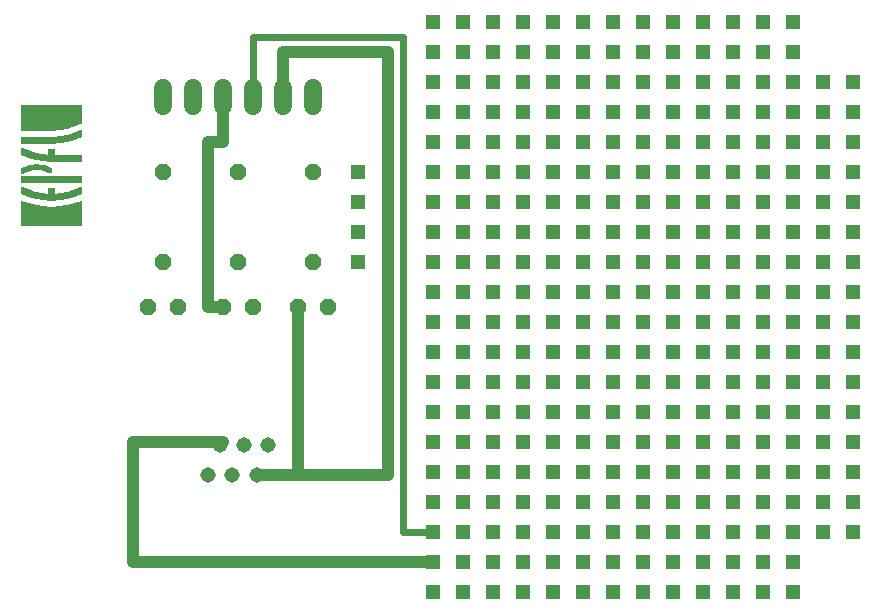
<source format=gtl>
G75*
G70*
%OFA0B0*%
%FSLAX24Y24*%
%IPPOS*%
%LPD*%
%AMOC8*
5,1,8,0,0,1.08239X$1,22.5*
%
%ADD10C,0.0010*%
%ADD11OC8,0.0520*%
%ADD12C,0.0594*%
%ADD13C,0.0515*%
%ADD14R,0.0500X0.0500*%
%ADD15C,0.0400*%
%ADD16C,0.0240*%
D10*
X000441Y013413D02*
X000441Y014213D01*
X000678Y014127D01*
X000921Y014065D01*
X001170Y014027D01*
X001421Y014013D01*
X001461Y014013D01*
X001713Y014027D01*
X001961Y014065D01*
X002205Y014127D01*
X002441Y014213D01*
X002441Y013413D01*
X000441Y013413D01*
X000441Y013415D02*
X002441Y013415D01*
X002441Y013424D02*
X000441Y013424D01*
X000441Y013432D02*
X002441Y013432D01*
X002441Y013441D02*
X000441Y013441D01*
X000441Y013449D02*
X002441Y013449D01*
X002441Y013458D02*
X000441Y013458D01*
X000441Y013466D02*
X002441Y013466D01*
X002441Y013475D02*
X000441Y013475D01*
X000441Y013483D02*
X002441Y013483D01*
X002441Y013492D02*
X000441Y013492D01*
X000441Y013500D02*
X002441Y013500D01*
X002441Y013509D02*
X000441Y013509D01*
X000441Y013518D02*
X002441Y013518D01*
X002441Y013526D02*
X000441Y013526D01*
X000441Y013535D02*
X002441Y013535D01*
X002441Y013543D02*
X000441Y013543D01*
X000441Y013552D02*
X002441Y013552D01*
X002441Y013560D02*
X000441Y013560D01*
X000441Y013569D02*
X002441Y013569D01*
X002441Y013577D02*
X000441Y013577D01*
X000441Y013586D02*
X002441Y013586D01*
X002441Y013594D02*
X000441Y013594D01*
X000441Y013603D02*
X002441Y013603D01*
X002441Y013611D02*
X000441Y013611D01*
X000441Y013620D02*
X002441Y013620D01*
X002441Y013629D02*
X000441Y013629D01*
X000441Y013637D02*
X002441Y013637D01*
X002441Y013646D02*
X000441Y013646D01*
X000441Y013654D02*
X002441Y013654D01*
X002441Y013663D02*
X000441Y013663D01*
X000441Y013671D02*
X002441Y013671D01*
X002441Y013680D02*
X000441Y013680D01*
X000441Y013688D02*
X002441Y013688D01*
X002441Y013697D02*
X000441Y013697D01*
X000441Y013705D02*
X002441Y013705D01*
X002441Y013714D02*
X000441Y013714D01*
X000441Y013723D02*
X002441Y013723D01*
X002441Y013731D02*
X000441Y013731D01*
X000441Y013740D02*
X002441Y013740D01*
X002441Y013748D02*
X000441Y013748D01*
X000441Y013757D02*
X002441Y013757D01*
X002441Y013765D02*
X000441Y013765D01*
X000441Y013774D02*
X002441Y013774D01*
X002441Y013782D02*
X000441Y013782D01*
X000441Y013791D02*
X002441Y013791D01*
X002441Y013799D02*
X000441Y013799D01*
X000441Y013808D02*
X002441Y013808D01*
X002441Y013817D02*
X000441Y013817D01*
X000441Y013825D02*
X002441Y013825D01*
X002441Y013834D02*
X000441Y013834D01*
X000441Y013842D02*
X002441Y013842D01*
X002441Y013851D02*
X000441Y013851D01*
X000441Y013859D02*
X002441Y013859D01*
X002441Y013868D02*
X000441Y013868D01*
X000441Y013876D02*
X002441Y013876D01*
X002441Y013885D02*
X000441Y013885D01*
X000441Y013893D02*
X002441Y013893D01*
X002441Y013902D02*
X000441Y013902D01*
X000441Y013911D02*
X002441Y013911D01*
X002441Y013919D02*
X000441Y013919D01*
X000441Y013928D02*
X002441Y013928D01*
X002441Y013936D02*
X000441Y013936D01*
X000441Y013945D02*
X002441Y013945D01*
X002441Y013953D02*
X000441Y013953D01*
X000441Y013962D02*
X002441Y013962D01*
X002441Y013970D02*
X000441Y013970D01*
X000441Y013979D02*
X002441Y013979D01*
X002441Y013987D02*
X000441Y013987D01*
X000441Y013996D02*
X002441Y013996D01*
X002441Y014004D02*
X000441Y014004D01*
X000441Y014013D02*
X002441Y014013D01*
X002441Y014022D02*
X001619Y014022D01*
X001735Y014030D02*
X002441Y014030D01*
X002441Y014039D02*
X001791Y014039D01*
X001847Y014047D02*
X002441Y014047D01*
X002441Y014056D02*
X001903Y014056D01*
X001958Y014064D02*
X002441Y014064D01*
X002441Y014073D02*
X001993Y014073D01*
X002026Y014081D02*
X002441Y014081D01*
X002441Y014090D02*
X002060Y014090D01*
X002093Y014098D02*
X002441Y014098D01*
X002441Y014107D02*
X002126Y014107D01*
X002160Y014116D02*
X002441Y014116D01*
X002441Y014124D02*
X002193Y014124D01*
X002220Y014133D02*
X002441Y014133D01*
X002441Y014141D02*
X002244Y014141D01*
X002267Y014150D02*
X002441Y014150D01*
X002441Y014158D02*
X002291Y014158D01*
X002314Y014167D02*
X002441Y014167D01*
X002441Y014175D02*
X002338Y014175D01*
X002361Y014184D02*
X002441Y014184D01*
X002441Y014192D02*
X002385Y014192D01*
X002408Y014201D02*
X002441Y014201D01*
X002441Y014210D02*
X002432Y014210D01*
X002338Y014432D02*
X000545Y014432D01*
X000524Y014440D02*
X002359Y014440D01*
X002381Y014449D02*
X000502Y014449D01*
X000481Y014457D02*
X001301Y014457D01*
X001341Y014457D02*
X001541Y014457D01*
X001541Y014453D02*
X001775Y014477D01*
X002004Y014525D01*
X002227Y014597D01*
X002441Y014693D01*
X002441Y014473D01*
X002206Y014379D01*
X001963Y014311D01*
X001714Y014269D01*
X001461Y014253D01*
X001441Y014253D01*
X001184Y014267D01*
X000929Y014309D01*
X000681Y014378D01*
X000441Y014473D01*
X000441Y014693D01*
X000655Y014597D01*
X000878Y014525D01*
X001108Y014477D01*
X001341Y014453D01*
X001341Y014653D01*
X001541Y014653D01*
X001541Y014453D01*
X001541Y014466D02*
X001341Y014466D01*
X001341Y014474D02*
X001541Y014474D01*
X001541Y014483D02*
X001341Y014483D01*
X001341Y014491D02*
X001541Y014491D01*
X001541Y014500D02*
X001341Y014500D01*
X001341Y014509D02*
X001541Y014509D01*
X001541Y014517D02*
X001341Y014517D01*
X001341Y014526D02*
X001541Y014526D01*
X001541Y014534D02*
X001341Y014534D01*
X001341Y014543D02*
X001541Y014543D01*
X001541Y014551D02*
X001341Y014551D01*
X001341Y014560D02*
X001541Y014560D01*
X001541Y014568D02*
X001341Y014568D01*
X001341Y014577D02*
X001541Y014577D01*
X001541Y014585D02*
X001341Y014585D01*
X001341Y014594D02*
X001541Y014594D01*
X001541Y014603D02*
X001341Y014603D01*
X001341Y014611D02*
X001541Y014611D01*
X001541Y014620D02*
X001341Y014620D01*
X001341Y014628D02*
X001541Y014628D01*
X001541Y014637D02*
X001341Y014637D01*
X001341Y014645D02*
X001541Y014645D01*
X001582Y014457D02*
X002402Y014457D01*
X002424Y014466D02*
X001666Y014466D01*
X001751Y014474D02*
X002441Y014474D01*
X002441Y014483D02*
X001804Y014483D01*
X001845Y014491D02*
X002441Y014491D01*
X002441Y014500D02*
X001885Y014500D01*
X001926Y014509D02*
X002441Y014509D01*
X002441Y014517D02*
X001967Y014517D01*
X002006Y014526D02*
X002441Y014526D01*
X002441Y014534D02*
X002033Y014534D01*
X002059Y014543D02*
X002441Y014543D01*
X002441Y014551D02*
X002085Y014551D01*
X002112Y014560D02*
X002441Y014560D01*
X002441Y014568D02*
X002138Y014568D01*
X002164Y014577D02*
X002441Y014577D01*
X002441Y014585D02*
X002191Y014585D01*
X002217Y014594D02*
X002441Y014594D01*
X002441Y014603D02*
X002239Y014603D01*
X002258Y014611D02*
X002441Y014611D01*
X002441Y014620D02*
X002277Y014620D01*
X002296Y014628D02*
X002441Y014628D01*
X002441Y014637D02*
X002315Y014637D01*
X002334Y014645D02*
X002441Y014645D01*
X002441Y014654D02*
X002354Y014654D01*
X002373Y014662D02*
X002441Y014662D01*
X002441Y014671D02*
X002392Y014671D01*
X002411Y014679D02*
X002441Y014679D01*
X002441Y014688D02*
X002430Y014688D01*
X002441Y014853D02*
X000441Y014853D01*
X000441Y015053D01*
X002441Y015053D01*
X002441Y014853D01*
X002441Y014859D02*
X000441Y014859D01*
X000441Y014867D02*
X002441Y014867D01*
X002441Y014876D02*
X000441Y014876D01*
X000441Y014884D02*
X002441Y014884D01*
X002441Y014893D02*
X000441Y014893D01*
X000441Y014902D02*
X002441Y014902D01*
X002441Y014910D02*
X000441Y014910D01*
X000441Y014919D02*
X002441Y014919D01*
X002441Y014927D02*
X000441Y014927D01*
X000441Y014936D02*
X002441Y014936D01*
X002441Y014944D02*
X000441Y014944D01*
X000441Y014953D02*
X002441Y014953D01*
X002441Y014961D02*
X000441Y014961D01*
X000441Y014970D02*
X002441Y014970D01*
X002441Y014978D02*
X000441Y014978D01*
X000441Y014987D02*
X002441Y014987D01*
X002441Y014996D02*
X000441Y014996D01*
X000441Y015004D02*
X002441Y015004D01*
X002441Y015013D02*
X000441Y015013D01*
X000441Y015021D02*
X002441Y015021D01*
X002441Y015030D02*
X000441Y015030D01*
X000441Y015038D02*
X002441Y015038D01*
X002441Y015047D02*
X000441Y015047D01*
X000441Y015153D02*
X000441Y015293D01*
X000558Y015352D01*
X000682Y015396D01*
X000810Y015423D01*
X000941Y015433D01*
X001072Y015423D01*
X001201Y015396D01*
X001324Y015352D01*
X001441Y015293D01*
X001441Y015163D01*
X001371Y015163D01*
X001275Y015210D01*
X001173Y015244D01*
X001068Y015265D01*
X000961Y015273D01*
X000921Y015273D01*
X000811Y015264D01*
X000703Y015241D01*
X000599Y015204D01*
X000501Y015153D01*
X000441Y015153D01*
X000441Y015158D02*
X000510Y015158D01*
X000527Y015166D02*
X000441Y015166D01*
X000441Y015175D02*
X000543Y015175D01*
X000560Y015183D02*
X000441Y015183D01*
X000441Y015192D02*
X000577Y015192D01*
X000593Y015201D02*
X000441Y015201D01*
X000441Y015209D02*
X000614Y015209D01*
X000638Y015218D02*
X000441Y015218D01*
X000441Y015226D02*
X000662Y015226D01*
X000686Y015235D02*
X000441Y015235D01*
X000441Y015243D02*
X000714Y015243D01*
X000754Y015252D02*
X000441Y015252D01*
X000441Y015260D02*
X000794Y015260D01*
X000871Y015269D02*
X000441Y015269D01*
X000441Y015277D02*
X001441Y015277D01*
X001441Y015269D02*
X001018Y015269D01*
X001093Y015260D02*
X001441Y015260D01*
X001441Y015252D02*
X001136Y015252D01*
X001176Y015243D02*
X001441Y015243D01*
X001441Y015235D02*
X001202Y015235D01*
X001227Y015226D02*
X001441Y015226D01*
X001441Y015218D02*
X001252Y015218D01*
X001277Y015209D02*
X001441Y015209D01*
X001441Y015201D02*
X001294Y015201D01*
X001312Y015192D02*
X001441Y015192D01*
X001441Y015183D02*
X001329Y015183D01*
X001347Y015175D02*
X001441Y015175D01*
X001441Y015166D02*
X001364Y015166D01*
X001441Y015286D02*
X000441Y015286D01*
X000444Y015295D02*
X001438Y015295D01*
X001421Y015303D02*
X000461Y015303D01*
X000478Y015312D02*
X001405Y015312D01*
X001388Y015320D02*
X000495Y015320D01*
X000512Y015329D02*
X001371Y015329D01*
X001354Y015337D02*
X000528Y015337D01*
X000545Y015346D02*
X001337Y015346D01*
X001319Y015354D02*
X000564Y015354D01*
X000588Y015363D02*
X001295Y015363D01*
X001271Y015371D02*
X000612Y015371D01*
X000636Y015380D02*
X001246Y015380D01*
X001222Y015389D02*
X000660Y015389D01*
X000686Y015397D02*
X001196Y015397D01*
X001155Y015406D02*
X000727Y015406D01*
X000768Y015414D02*
X001115Y015414D01*
X001074Y015423D02*
X000808Y015423D01*
X000916Y015431D02*
X000967Y015431D01*
X000970Y015602D02*
X002441Y015602D01*
X002441Y015594D02*
X001022Y015594D01*
X001074Y015585D02*
X002441Y015585D01*
X002441Y015576D02*
X001126Y015576D01*
X001179Y015568D02*
X002441Y015568D01*
X002441Y015559D02*
X001327Y015559D01*
X001441Y015553D02*
X001184Y015567D01*
X000929Y015609D01*
X000681Y015678D01*
X000441Y015773D01*
X001145Y015773D01*
X001108Y015777D02*
X001341Y015753D01*
X001341Y015953D01*
X001541Y015953D01*
X001541Y015753D01*
X002441Y015753D01*
X002441Y015553D01*
X001441Y015553D01*
X001341Y015756D02*
X001541Y015756D01*
X001541Y015764D02*
X001341Y015764D01*
X001341Y015773D02*
X001541Y015773D01*
X001541Y015781D02*
X001341Y015781D01*
X001341Y015790D02*
X001541Y015790D01*
X001541Y015799D02*
X001341Y015799D01*
X001341Y015807D02*
X001541Y015807D01*
X001541Y015816D02*
X001341Y015816D01*
X001341Y015824D02*
X001541Y015824D01*
X001541Y015833D02*
X001341Y015833D01*
X001341Y015841D02*
X001541Y015841D01*
X001541Y015850D02*
X001341Y015850D01*
X001341Y015858D02*
X001541Y015858D01*
X001541Y015867D02*
X001341Y015867D01*
X001341Y015875D02*
X001541Y015875D01*
X001541Y015884D02*
X001341Y015884D01*
X001341Y015893D02*
X001541Y015893D01*
X001541Y015901D02*
X001341Y015901D01*
X001341Y015910D02*
X001541Y015910D01*
X001541Y015918D02*
X001341Y015918D01*
X001341Y015927D02*
X001541Y015927D01*
X001541Y015935D02*
X001341Y015935D01*
X001341Y015944D02*
X001541Y015944D01*
X001541Y015952D02*
X001341Y015952D01*
X001315Y015756D02*
X000484Y015756D01*
X000463Y015764D02*
X001230Y015764D01*
X001108Y015777D02*
X000878Y015825D01*
X000655Y015897D01*
X000441Y015993D01*
X000441Y015773D01*
X000441Y015781D02*
X001085Y015781D01*
X001045Y015790D02*
X000441Y015790D01*
X000441Y015799D02*
X001004Y015799D01*
X000963Y015807D02*
X000441Y015807D01*
X000441Y015816D02*
X000923Y015816D01*
X000882Y015824D02*
X000441Y015824D01*
X000441Y015833D02*
X000854Y015833D01*
X000828Y015841D02*
X000441Y015841D01*
X000441Y015850D02*
X000802Y015850D01*
X000775Y015858D02*
X000441Y015858D01*
X000441Y015867D02*
X000749Y015867D01*
X000723Y015875D02*
X000441Y015875D01*
X000441Y015884D02*
X000696Y015884D01*
X000670Y015893D02*
X000441Y015893D01*
X000441Y015901D02*
X000647Y015901D01*
X000628Y015910D02*
X000441Y015910D01*
X000441Y015918D02*
X000609Y015918D01*
X000590Y015927D02*
X000441Y015927D01*
X000441Y015935D02*
X000570Y015935D01*
X000551Y015944D02*
X000441Y015944D01*
X000441Y015952D02*
X000532Y015952D01*
X000513Y015961D02*
X000441Y015961D01*
X000441Y015969D02*
X000494Y015969D01*
X000475Y015978D02*
X000441Y015978D01*
X000441Y015987D02*
X000456Y015987D01*
X000441Y016153D02*
X000441Y016353D01*
X001541Y016353D01*
X001775Y016377D01*
X002004Y016425D01*
X002227Y016497D01*
X002441Y016593D01*
X002441Y016373D01*
X002206Y016279D01*
X001963Y016211D01*
X001714Y016169D01*
X001461Y016153D01*
X000441Y016153D01*
X000441Y016157D02*
X001528Y016157D01*
X001665Y016166D02*
X000441Y016166D01*
X000441Y016174D02*
X001746Y016174D01*
X001796Y016183D02*
X000441Y016183D01*
X000441Y016192D02*
X001847Y016192D01*
X001897Y016200D02*
X000441Y016200D01*
X000441Y016209D02*
X001948Y016209D01*
X001984Y016217D02*
X000441Y016217D01*
X000441Y016226D02*
X002015Y016226D01*
X002045Y016234D02*
X000441Y016234D01*
X000441Y016243D02*
X002076Y016243D01*
X002106Y016251D02*
X000441Y016251D01*
X000441Y016260D02*
X002137Y016260D01*
X002167Y016268D02*
X000441Y016268D01*
X000441Y016277D02*
X002198Y016277D01*
X002222Y016286D02*
X000441Y016286D01*
X000441Y016294D02*
X002243Y016294D01*
X002265Y016303D02*
X000441Y016303D01*
X000441Y016311D02*
X002286Y016311D01*
X002308Y016320D02*
X000441Y016320D01*
X000441Y016328D02*
X002329Y016328D01*
X002351Y016337D02*
X000441Y016337D01*
X000441Y016345D02*
X002372Y016345D01*
X002394Y016354D02*
X001548Y016354D01*
X001633Y016362D02*
X002415Y016362D01*
X002436Y016371D02*
X001718Y016371D01*
X001788Y016380D02*
X002441Y016380D01*
X002441Y016388D02*
X001829Y016388D01*
X001869Y016397D02*
X002441Y016397D01*
X002441Y016405D02*
X001910Y016405D01*
X001951Y016414D02*
X002441Y016414D01*
X002441Y016422D02*
X001991Y016422D01*
X002022Y016431D02*
X002441Y016431D01*
X002441Y016439D02*
X002048Y016439D01*
X002075Y016448D02*
X002441Y016448D01*
X002441Y016456D02*
X002101Y016456D01*
X002127Y016465D02*
X002441Y016465D01*
X002441Y016474D02*
X002154Y016474D01*
X002180Y016482D02*
X002441Y016482D01*
X002441Y016491D02*
X002206Y016491D01*
X002231Y016499D02*
X002441Y016499D01*
X002441Y016508D02*
X002250Y016508D01*
X002269Y016516D02*
X002441Y016516D01*
X002441Y016525D02*
X002289Y016525D01*
X002308Y016533D02*
X002441Y016533D01*
X002441Y016542D02*
X002327Y016542D01*
X002346Y016550D02*
X002441Y016550D01*
X002441Y016559D02*
X002365Y016559D01*
X002384Y016567D02*
X002441Y016567D01*
X002441Y016576D02*
X002403Y016576D01*
X002422Y016585D02*
X002441Y016585D01*
X002342Y016790D02*
X000441Y016790D01*
X000441Y016798D02*
X002362Y016798D01*
X002381Y016807D02*
X000441Y016807D01*
X000441Y016815D02*
X002401Y016815D01*
X002420Y016824D02*
X000441Y016824D01*
X000441Y016832D02*
X002439Y016832D01*
X002441Y016833D02*
X002441Y017413D01*
X000441Y017413D01*
X000441Y016593D01*
X001463Y016593D01*
X001461Y016593D02*
X000441Y016593D01*
X000441Y016602D02*
X001591Y016602D01*
X001715Y016610D02*
X001461Y016593D01*
X001715Y016610D02*
X001965Y016656D01*
X002208Y016731D01*
X002441Y016833D01*
X002441Y016841D02*
X000441Y016841D01*
X000441Y016849D02*
X002441Y016849D01*
X002441Y016858D02*
X000441Y016858D01*
X000441Y016866D02*
X002441Y016866D01*
X002441Y016875D02*
X000441Y016875D01*
X000441Y016884D02*
X002441Y016884D01*
X002441Y016892D02*
X000441Y016892D01*
X000441Y016901D02*
X002441Y016901D01*
X002441Y016909D02*
X000441Y016909D01*
X000441Y016918D02*
X002441Y016918D01*
X002441Y016926D02*
X000441Y016926D01*
X000441Y016935D02*
X002441Y016935D01*
X002441Y016943D02*
X000441Y016943D01*
X000441Y016952D02*
X002441Y016952D01*
X002441Y016960D02*
X000441Y016960D01*
X000441Y016969D02*
X002441Y016969D01*
X002441Y016978D02*
X000441Y016978D01*
X000441Y016986D02*
X002441Y016986D01*
X002441Y016995D02*
X000441Y016995D01*
X000441Y017003D02*
X002441Y017003D01*
X002441Y017012D02*
X000441Y017012D01*
X000441Y017020D02*
X002441Y017020D01*
X002441Y017029D02*
X000441Y017029D01*
X000441Y017037D02*
X002441Y017037D01*
X002441Y017046D02*
X000441Y017046D01*
X000441Y017054D02*
X002441Y017054D01*
X002441Y017063D02*
X000441Y017063D01*
X000441Y017072D02*
X002441Y017072D01*
X002441Y017080D02*
X000441Y017080D01*
X000441Y017089D02*
X002441Y017089D01*
X002441Y017097D02*
X000441Y017097D01*
X000441Y017106D02*
X002441Y017106D01*
X002441Y017114D02*
X000441Y017114D01*
X000441Y017123D02*
X002441Y017123D01*
X002441Y017131D02*
X000441Y017131D01*
X000441Y017140D02*
X002441Y017140D01*
X002441Y017148D02*
X000441Y017148D01*
X000441Y017157D02*
X002441Y017157D01*
X002441Y017166D02*
X000441Y017166D01*
X000441Y017174D02*
X002441Y017174D01*
X002441Y017183D02*
X000441Y017183D01*
X000441Y017191D02*
X002441Y017191D01*
X002441Y017200D02*
X000441Y017200D01*
X000441Y017208D02*
X002441Y017208D01*
X002441Y017217D02*
X000441Y017217D01*
X000441Y017225D02*
X002441Y017225D01*
X002441Y017234D02*
X000441Y017234D01*
X000441Y017242D02*
X002441Y017242D01*
X002441Y017251D02*
X000441Y017251D01*
X000441Y017259D02*
X002441Y017259D01*
X002441Y017268D02*
X000441Y017268D01*
X000441Y017277D02*
X002441Y017277D01*
X002441Y017285D02*
X000441Y017285D01*
X000441Y017294D02*
X002441Y017294D01*
X002441Y017302D02*
X000441Y017302D01*
X000441Y017311D02*
X002441Y017311D01*
X002441Y017319D02*
X000441Y017319D01*
X000441Y017328D02*
X002441Y017328D01*
X002441Y017336D02*
X000441Y017336D01*
X000441Y017345D02*
X002441Y017345D01*
X002441Y017353D02*
X000441Y017353D01*
X000441Y017362D02*
X002441Y017362D01*
X002441Y017371D02*
X000441Y017371D01*
X000441Y017379D02*
X002441Y017379D01*
X002441Y017388D02*
X000441Y017388D01*
X000441Y017396D02*
X002441Y017396D01*
X002441Y017405D02*
X000441Y017405D01*
X000441Y016781D02*
X002323Y016781D01*
X002303Y016773D02*
X000441Y016773D01*
X000441Y016764D02*
X002284Y016764D01*
X002264Y016755D02*
X000441Y016755D01*
X000441Y016747D02*
X002245Y016747D01*
X002225Y016738D02*
X000441Y016738D01*
X000441Y016730D02*
X002205Y016730D01*
X002177Y016721D02*
X000441Y016721D01*
X000441Y016713D02*
X002149Y016713D01*
X002122Y016704D02*
X000441Y016704D01*
X000441Y016696D02*
X002094Y016696D01*
X002066Y016687D02*
X000441Y016687D01*
X000441Y016679D02*
X002038Y016679D01*
X002010Y016670D02*
X000441Y016670D01*
X000441Y016661D02*
X001983Y016661D01*
X001948Y016653D02*
X000441Y016653D01*
X000441Y016644D02*
X001901Y016644D01*
X001855Y016636D02*
X000441Y016636D01*
X000441Y016627D02*
X001809Y016627D01*
X001763Y016619D02*
X000441Y016619D01*
X000441Y016610D02*
X001716Y016610D01*
X002441Y015747D02*
X000506Y015747D01*
X000527Y015739D02*
X002441Y015739D01*
X002441Y015730D02*
X000549Y015730D01*
X000570Y015722D02*
X002441Y015722D01*
X002441Y015713D02*
X000591Y015713D01*
X000613Y015705D02*
X002441Y015705D01*
X002441Y015696D02*
X000634Y015696D01*
X000656Y015688D02*
X002441Y015688D01*
X002441Y015679D02*
X000677Y015679D01*
X000707Y015670D02*
X002441Y015670D01*
X002441Y015662D02*
X000737Y015662D01*
X000768Y015653D02*
X002441Y015653D01*
X002441Y015645D02*
X000799Y015645D01*
X000830Y015636D02*
X002441Y015636D01*
X002441Y015628D02*
X000861Y015628D01*
X000891Y015619D02*
X002441Y015619D01*
X002441Y015611D02*
X000922Y015611D01*
X000491Y014671D02*
X000441Y014671D01*
X000441Y014679D02*
X000472Y014679D01*
X000453Y014688D02*
X000441Y014688D01*
X000441Y014662D02*
X000510Y014662D01*
X000529Y014654D02*
X000441Y014654D01*
X000441Y014645D02*
X000548Y014645D01*
X000567Y014637D02*
X000441Y014637D01*
X000441Y014628D02*
X000586Y014628D01*
X000606Y014620D02*
X000441Y014620D01*
X000441Y014611D02*
X000625Y014611D01*
X000644Y014603D02*
X000441Y014603D01*
X000441Y014594D02*
X000666Y014594D01*
X000692Y014585D02*
X000441Y014585D01*
X000441Y014577D02*
X000718Y014577D01*
X000745Y014568D02*
X000441Y014568D01*
X000441Y014560D02*
X000771Y014560D01*
X000797Y014551D02*
X000441Y014551D01*
X000441Y014543D02*
X000824Y014543D01*
X000850Y014534D02*
X000441Y014534D01*
X000441Y014526D02*
X000876Y014526D01*
X000916Y014517D02*
X000441Y014517D01*
X000441Y014509D02*
X000957Y014509D01*
X000997Y014500D02*
X000441Y014500D01*
X000441Y014491D02*
X001038Y014491D01*
X001079Y014483D02*
X000441Y014483D01*
X000441Y014474D02*
X001131Y014474D01*
X001216Y014466D02*
X000459Y014466D01*
X000566Y014423D02*
X002316Y014423D01*
X002295Y014415D02*
X000588Y014415D01*
X000609Y014406D02*
X002273Y014406D01*
X002252Y014397D02*
X000631Y014397D01*
X000652Y014389D02*
X002230Y014389D01*
X002209Y014380D02*
X000674Y014380D01*
X000701Y014372D02*
X002179Y014372D01*
X002149Y014363D02*
X000732Y014363D01*
X000763Y014355D02*
X002118Y014355D01*
X002088Y014346D02*
X000794Y014346D01*
X000825Y014338D02*
X002057Y014338D01*
X002027Y014329D02*
X000856Y014329D01*
X000886Y014321D02*
X001996Y014321D01*
X001966Y014312D02*
X000917Y014312D01*
X000961Y014304D02*
X001917Y014304D01*
X001867Y014295D02*
X001013Y014295D01*
X001065Y014286D02*
X001816Y014286D01*
X001766Y014278D02*
X001118Y014278D01*
X001170Y014269D02*
X001716Y014269D01*
X001582Y014261D02*
X001300Y014261D01*
X001263Y014022D02*
X000441Y014022D01*
X000441Y014030D02*
X001147Y014030D01*
X001091Y014039D02*
X000441Y014039D01*
X000441Y014047D02*
X001036Y014047D01*
X000980Y014056D02*
X000441Y014056D01*
X000441Y014064D02*
X000924Y014064D01*
X000890Y014073D02*
X000441Y014073D01*
X000441Y014081D02*
X000856Y014081D01*
X000823Y014090D02*
X000441Y014090D01*
X000441Y014098D02*
X000789Y014098D01*
X000756Y014107D02*
X000441Y014107D01*
X000441Y014116D02*
X000723Y014116D01*
X000689Y014124D02*
X000441Y014124D01*
X000441Y014133D02*
X000662Y014133D01*
X000639Y014141D02*
X000441Y014141D01*
X000441Y014150D02*
X000615Y014150D01*
X000592Y014158D02*
X000441Y014158D01*
X000441Y014167D02*
X000568Y014167D01*
X000545Y014175D02*
X000441Y014175D01*
X000441Y014184D02*
X000521Y014184D01*
X000498Y014192D02*
X000441Y014192D01*
X000441Y014201D02*
X000474Y014201D01*
X000451Y014210D02*
X000441Y014210D01*
D11*
X005181Y015181D03*
X007681Y015181D03*
X010181Y015181D03*
X010181Y012181D03*
X009681Y010681D03*
X010681Y010681D03*
X008181Y010681D03*
X007181Y010681D03*
X005681Y010681D03*
X004681Y010681D03*
X005181Y012181D03*
X007681Y012181D03*
D12*
X007181Y017385D02*
X007181Y017978D01*
X006181Y017978D02*
X006181Y017385D01*
X005181Y017385D02*
X005181Y017978D01*
X008181Y017978D02*
X008181Y017385D01*
X009181Y017385D02*
X009181Y017978D01*
X010181Y017978D02*
X010181Y017385D01*
D13*
X008681Y006087D03*
X007878Y006087D03*
X007075Y006087D03*
X006681Y005087D03*
X007485Y005087D03*
X008288Y005087D03*
D14*
X014181Y005181D03*
X015181Y005181D03*
X015181Y006181D03*
X014181Y006181D03*
X014181Y007181D03*
X015181Y007181D03*
X016181Y007181D03*
X017181Y007181D03*
X018181Y007181D03*
X019181Y007181D03*
X020181Y007181D03*
X021181Y007181D03*
X022181Y007181D03*
X023181Y007181D03*
X024181Y007181D03*
X025181Y007181D03*
X026181Y007181D03*
X027181Y007181D03*
X028181Y007181D03*
X028181Y006181D03*
X027181Y006181D03*
X026181Y006181D03*
X026181Y005181D03*
X027181Y005181D03*
X028181Y005181D03*
X028181Y004181D03*
X027181Y004181D03*
X026181Y004181D03*
X025181Y004181D03*
X024181Y004181D03*
X023181Y004181D03*
X022181Y004181D03*
X021181Y004181D03*
X020181Y004181D03*
X019181Y004181D03*
X018181Y004181D03*
X017181Y004181D03*
X016181Y004181D03*
X015181Y004181D03*
X014181Y004181D03*
X014181Y003181D03*
X015181Y003181D03*
X015181Y002181D03*
X014181Y002181D03*
X014181Y001181D03*
X015181Y001181D03*
X016181Y001181D03*
X017181Y001181D03*
X018181Y001181D03*
X019181Y001181D03*
X020181Y001181D03*
X021181Y001181D03*
X022181Y001181D03*
X023181Y001181D03*
X024181Y001181D03*
X025181Y001181D03*
X026181Y001181D03*
X026181Y002181D03*
X025181Y002181D03*
X024181Y002181D03*
X023181Y002181D03*
X022181Y002181D03*
X021181Y002181D03*
X020181Y002181D03*
X019181Y002181D03*
X018181Y002181D03*
X017181Y002181D03*
X016181Y002181D03*
X016181Y003181D03*
X017181Y003181D03*
X018181Y003181D03*
X019181Y003181D03*
X020181Y003181D03*
X021181Y003181D03*
X022181Y003181D03*
X023181Y003181D03*
X024181Y003181D03*
X025181Y003181D03*
X026181Y003181D03*
X027181Y003181D03*
X028181Y003181D03*
X025181Y005181D03*
X024181Y005181D03*
X023181Y005181D03*
X022181Y005181D03*
X021181Y005181D03*
X020181Y005181D03*
X019181Y005181D03*
X018181Y005181D03*
X017181Y005181D03*
X016181Y005181D03*
X016181Y006181D03*
X017181Y006181D03*
X018181Y006181D03*
X019181Y006181D03*
X020181Y006181D03*
X021181Y006181D03*
X022181Y006181D03*
X023181Y006181D03*
X024181Y006181D03*
X025181Y006181D03*
X025181Y008181D03*
X024181Y008181D03*
X023181Y008181D03*
X022181Y008181D03*
X021181Y008181D03*
X020181Y008181D03*
X019181Y008181D03*
X018181Y008181D03*
X017181Y008181D03*
X016181Y008181D03*
X015181Y008181D03*
X014181Y008181D03*
X014181Y009181D03*
X015181Y009181D03*
X016181Y009181D03*
X017181Y009181D03*
X018181Y009181D03*
X019181Y009181D03*
X020181Y009181D03*
X021181Y009181D03*
X022181Y009181D03*
X023181Y009181D03*
X024181Y009181D03*
X025181Y009181D03*
X026181Y009181D03*
X027181Y009181D03*
X028181Y009181D03*
X028181Y008181D03*
X027181Y008181D03*
X026181Y008181D03*
X026181Y010181D03*
X027181Y010181D03*
X028181Y010181D03*
X028181Y011181D03*
X027181Y011181D03*
X026181Y011181D03*
X025181Y011181D03*
X024181Y011181D03*
X023181Y011181D03*
X022181Y011181D03*
X021181Y011181D03*
X020181Y011181D03*
X019181Y011181D03*
X018181Y011181D03*
X017181Y011181D03*
X016181Y011181D03*
X015181Y011181D03*
X014181Y011181D03*
X014181Y010181D03*
X015181Y010181D03*
X016181Y010181D03*
X017181Y010181D03*
X018181Y010181D03*
X019181Y010181D03*
X020181Y010181D03*
X021181Y010181D03*
X022181Y010181D03*
X023181Y010181D03*
X024181Y010181D03*
X025181Y010181D03*
X025181Y012181D03*
X024181Y012181D03*
X023181Y012181D03*
X022181Y012181D03*
X021181Y012181D03*
X020181Y012181D03*
X019181Y012181D03*
X018181Y012181D03*
X017181Y012181D03*
X016181Y012181D03*
X015181Y012181D03*
X014181Y012181D03*
X014181Y013181D03*
X015181Y013181D03*
X016181Y013181D03*
X017181Y013181D03*
X018181Y013181D03*
X019181Y013181D03*
X020181Y013181D03*
X021181Y013181D03*
X022181Y013181D03*
X023181Y013181D03*
X024181Y013181D03*
X025181Y013181D03*
X026181Y013181D03*
X027181Y013181D03*
X028181Y013181D03*
X028181Y012181D03*
X027181Y012181D03*
X026181Y012181D03*
X026181Y014181D03*
X027181Y014181D03*
X028181Y014181D03*
X028181Y015181D03*
X027181Y015181D03*
X026181Y015181D03*
X025181Y015181D03*
X024181Y015181D03*
X023181Y015181D03*
X022181Y015181D03*
X021181Y015181D03*
X020181Y015181D03*
X019181Y015181D03*
X018181Y015181D03*
X017181Y015181D03*
X016181Y015181D03*
X015181Y015181D03*
X014181Y015181D03*
X014181Y016181D03*
X015181Y016181D03*
X016181Y016181D03*
X017181Y016181D03*
X018181Y016181D03*
X019181Y016181D03*
X020181Y016181D03*
X021181Y016181D03*
X022181Y016181D03*
X023181Y016181D03*
X024181Y016181D03*
X025181Y016181D03*
X026181Y016181D03*
X027181Y016181D03*
X028181Y016181D03*
X028181Y017181D03*
X027181Y017181D03*
X026181Y017181D03*
X025181Y017181D03*
X024181Y017181D03*
X023181Y017181D03*
X022181Y017181D03*
X021181Y017181D03*
X020181Y017181D03*
X019181Y017181D03*
X018181Y017181D03*
X017181Y017181D03*
X016181Y017181D03*
X015181Y017181D03*
X014181Y017181D03*
X014181Y018181D03*
X015181Y018181D03*
X015181Y019181D03*
X014181Y019181D03*
X014181Y020181D03*
X015181Y020181D03*
X016181Y020181D03*
X017181Y020181D03*
X018181Y020181D03*
X019181Y020181D03*
X020181Y020181D03*
X021181Y020181D03*
X022181Y020181D03*
X023181Y020181D03*
X024181Y020181D03*
X025181Y020181D03*
X026181Y020181D03*
X026181Y019181D03*
X026181Y018181D03*
X027181Y018181D03*
X028181Y018181D03*
X025181Y018181D03*
X024181Y018181D03*
X023181Y018181D03*
X022181Y018181D03*
X021181Y018181D03*
X020181Y018181D03*
X019181Y018181D03*
X018181Y018181D03*
X017181Y018181D03*
X016181Y018181D03*
X016181Y019181D03*
X017181Y019181D03*
X018181Y019181D03*
X019181Y019181D03*
X020181Y019181D03*
X021181Y019181D03*
X022181Y019181D03*
X023181Y019181D03*
X024181Y019181D03*
X025181Y019181D03*
X025181Y014181D03*
X024181Y014181D03*
X023181Y014181D03*
X022181Y014181D03*
X021181Y014181D03*
X020181Y014181D03*
X019181Y014181D03*
X018181Y014181D03*
X017181Y014181D03*
X016181Y014181D03*
X015181Y014181D03*
X014181Y014181D03*
X011681Y014181D03*
X011681Y013181D03*
X011681Y012181D03*
X011681Y015181D03*
D15*
X004181Y006181D02*
X004181Y002181D01*
X014181Y002181D01*
X012681Y005087D02*
X012681Y019181D01*
X009181Y019181D01*
X009181Y017681D01*
X007181Y017681D02*
X007181Y016181D01*
X006681Y016181D01*
X006681Y010681D01*
X007181Y010681D01*
X009681Y010681D02*
X009681Y005087D01*
X008288Y005087D01*
X012681Y005087D01*
X007181Y006181D02*
X004181Y006181D01*
D16*
X013181Y003181D02*
X014181Y003181D01*
X013181Y003181D02*
X013181Y019681D01*
X008181Y019681D01*
X008181Y017681D01*
M02*

</source>
